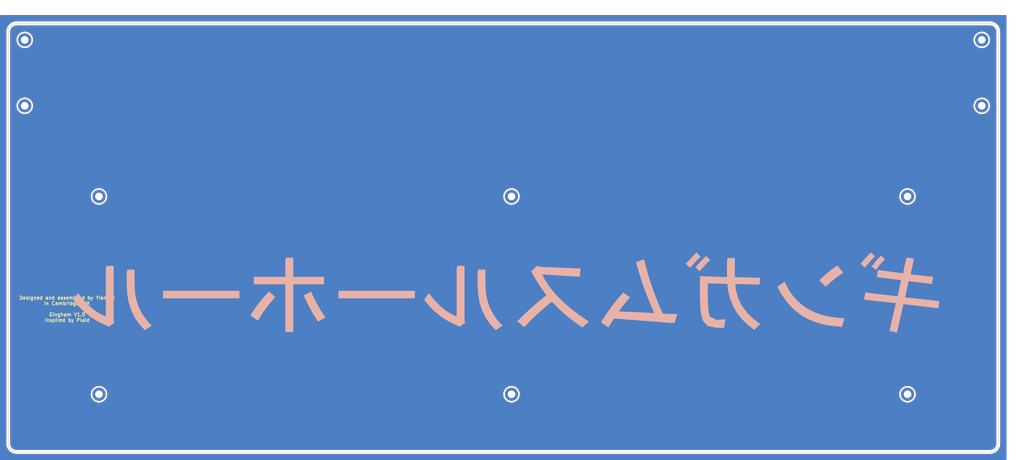
<source format=kicad_pcb>
(kicad_pcb (version 20171130) (host pcbnew "(5.1.0-0)")

  (general
    (thickness 1.6)
    (drawings 12)
    (tracks 0)
    (zones 0)
    (modules 11)
    (nets 1)
  )

  (page A3)
  (title_block
    (title "Gingham Bottom")
    (date 2019-04-18)
    (rev V1.0)
    (company "Yiancar Designs")
    (comment 1 "Inspired by Plaid")
  )

  (layers
    (0 F.Cu signal)
    (31 B.Cu signal)
    (32 B.Adhes user)
    (33 F.Adhes user)
    (34 B.Paste user)
    (35 F.Paste user)
    (36 B.SilkS user)
    (37 F.SilkS user)
    (38 B.Mask user)
    (39 F.Mask user)
    (40 Dwgs.User user)
    (41 Cmts.User user)
    (42 Eco1.User user)
    (43 Eco2.User user)
    (44 Edge.Cuts user)
    (45 Margin user)
    (46 B.CrtYd user)
    (47 F.CrtYd user)
    (48 B.Fab user)
    (49 F.Fab user)
  )

  (setup
    (last_trace_width 0.3)
    (user_trace_width 0.25)
    (user_trace_width 0.6)
    (user_trace_width 0.8)
    (trace_clearance 0.3)
    (zone_clearance 0.508)
    (zone_45_only yes)
    (trace_min 0.15)
    (via_size 1)
    (via_drill 0.6)
    (via_min_size 0.4)
    (via_min_drill 0.3)
    (user_via 1.7 1)
    (uvia_size 0.3)
    (uvia_drill 0.1)
    (uvias_allowed no)
    (uvia_min_size 0.2)
    (uvia_min_drill 0.1)
    (edge_width 0.15)
    (segment_width 0.2)
    (pcb_text_width 0.2)
    (pcb_text_size 1 1)
    (mod_edge_width 0.15)
    (mod_text_size 1 1)
    (mod_text_width 0.15)
    (pad_size 3.8 3.8)
    (pad_drill 2.2)
    (pad_to_mask_clearance 0.2)
    (solder_mask_min_width 0.2)
    (aux_axis_origin 50 50)
    (grid_origin 50 50)
    (visible_elements 7FFFFFFF)
    (pcbplotparams
      (layerselection 0x010f0_ffffffff)
      (usegerberextensions true)
      (usegerberattributes false)
      (usegerberadvancedattributes false)
      (creategerberjobfile false)
      (excludeedgelayer true)
      (linewidth 0.100000)
      (plotframeref false)
      (viasonmask false)
      (mode 1)
      (useauxorigin false)
      (hpglpennumber 1)
      (hpglpenspeed 20)
      (hpglpendiameter 15.000000)
      (psnegative false)
      (psa4output false)
      (plotreference true)
      (plotvalue true)
      (plotinvisibletext false)
      (padsonsilk false)
      (subtractmaskfromsilk true)
      (outputformat 1)
      (mirror false)
      (drillshape 0)
      (scaleselection 1)
      (outputdirectory "gerbers/back/"))
  )

  (net 0 "")

  (net_class Default "これはデフォルトのネット クラスです。"
    (clearance 0.3)
    (trace_width 0.3)
    (via_dia 1)
    (via_drill 0.6)
    (uvia_dia 0.3)
    (uvia_drill 0.1)
  )

  (net_class Power ""
    (clearance 0.3)
    (trace_width 0.8)
    (via_dia 1.2)
    (via_drill 0.8)
    (uvia_dia 0.3)
    (uvia_drill 0.1)
  )

  (module tartan:gingham_katakana (layer B.Cu) (tedit 5CEEE695) (tstamp 5CEF393F)
    (at 189 123 180)
    (descr "Imported from /Users/yiangosyiangou/Downloads/drawing.svg")
    (tags svg2mod)
    (attr smd)
    (fp_text reference svg2mod (at 0 14.618412 180) (layer B.SilkS) hide
      (effects (font (size 1.524 1.524) (thickness 0.3048)) (justify mirror))
    )
    (fp_text value G*** (at 0 -14.618412 180) (layer B.SilkS) hide
      (effects (font (size 1.524 1.524) (thickness 0.3048)) (justify mirror))
    )
    (fp_poly (pts (xy 102.35364 -9.592564) (xy 103.864496 -7.947104) (xy 105.100651 -6.175281) (xy 106.062105 -4.277096)
      (xy 106.748857 -2.252549) (xy 107.160909 -0.101639) (xy 107.29826 2.175634) (xy 107.29826 6.625792)
      (xy 109.375 6.625792) (xy 109.57278 5.834653) (xy 109.57278 2.274526) (xy 109.427188 -0.398316)
      (xy 108.990414 -2.878868) (xy 108.262457 -5.167128) (xy 107.243317 -7.263098) (xy 105.932995 -9.166776)
      (xy 104.33149 -10.878165) (xy 102.35364 -9.592564)) (layer B.SilkS) (width 0))
    (fp_poly (pts (xy 115.60522 -6.922469) (xy 117.318037 -6.115506) (xy 118.975474 -5.039557) (xy 120.57753 -3.69462)
      (xy 122.124205 -2.080696) (xy 123.6155 -0.197785) (xy 125 -2.076741) (xy 123.417722 -4.018987)
      (xy 121.677216 -5.731804) (xy 119.778482 -7.21519) (xy 117.72152 -8.469145) (xy 115.50633 -9.493671)
      (xy 114.71519 -9.889241) (xy 113.13291 -8.702532) (xy 113.33069 -8.20807) (xy 113.33069 7.713608)
      (xy 115.40744 7.713608) (xy 115.60522 6.922469) (xy 115.60522 -6.922469)) (layer B.SilkS) (width 0))
    (fp_poly (pts (xy 77.03719 -1.681171) (xy 77.03719 0.494463) (xy 99.09019 0.494463) (xy 99.09019 -1.681171)
      (xy 77.03719 -1.681171)) (layer B.SilkS) (width 0))
    (fp_poly (pts (xy 71.697 -8.109177) (xy 70.603003 -6.310571) (xy 69.397752 -4.573773) (xy 68.081248 -2.898783)
      (xy 66.65349 -1.285601) (xy 68.53244 0.296678) (xy 70.20125 -1.545193) (xy 71.647552 -3.312895)
      (xy 72.871345 -5.006427) (xy 73.87263 -6.625791) (xy 71.697 -8.109177)) (layer B.SilkS) (width 0))
    (fp_poly (pts (xy 61.51108 10.087026) (xy 63.58782 10.087026) (xy 63.78561 9.295887) (xy 63.78561 4.549051)
      (xy 72.88371 4.549051) (xy 72.88371 2.373419) (xy 63.78561 2.373419) (xy 63.78561 -11.372627)
      (xy 61.51108 -11.372627) (xy 61.51108 2.373419) (xy 52.61077 2.373419) (xy 52.61077 4.549051)
      (xy 61.51108 4.549051) (xy 61.51108 10.087026)) (layer B.SilkS) (width 0))
    (fp_poly (pts (xy 58.14874 -1.582279) (xy 57.07191 -3.790875) (xy 55.819273 -6.065401) (xy 54.39083 -8.405855)
      (xy 52.2152 -7.219146) (xy 53.401908 -5.414359) (xy 54.489725 -3.560126) (xy 55.478648 -1.656447)
      (xy 56.36868 0.296678) (xy 58.54431 -0.890032) (xy 58.14874 -1.582279)) (layer B.SilkS) (width 0))
    (fp_poly (pts (xy 26.40428 -1.681171) (xy 26.40428 0.494463) (xy 48.45729 0.494463) (xy 48.45729 -1.681171)
      (xy 26.40428 -1.681171)) (layer B.SilkS) (width 0))
    (fp_poly (pts (xy 1.08781 -9.592564) (xy 2.598666 -7.947104) (xy 3.834821 -6.175281) (xy 4.796275 -4.277096)
      (xy 5.483027 -2.252549) (xy 5.895079 -0.101639) (xy 6.03243 2.175634) (xy 6.03243 6.625792)
      (xy 8.10918 6.625792) (xy 8.30696 5.834653) (xy 8.30696 2.274526) (xy 8.161368 -0.398316)
      (xy 7.724593 -2.878868) (xy 6.996635 -5.167128) (xy 5.977493 -7.263098) (xy 4.667168 -9.166776)
      (xy 3.06566 -10.878165) (xy 1.08781 -9.592564)) (layer B.SilkS) (width 0))
    (fp_poly (pts (xy 14.3394 -6.922469) (xy 16.052214 -6.115506) (xy 17.709649 -5.039557) (xy 19.311705 -3.69462)
      (xy 20.858382 -2.080696) (xy 22.34968 -0.197785) (xy 23.73418 -2.076741) (xy 22.151898 -4.018987)
      (xy 20.411389 -5.731804) (xy 18.512653 -7.21519) (xy 16.45569 -8.469145) (xy 14.2405 -9.493671)
      (xy 13.44936 -9.889241) (xy 11.86709 -8.702532) (xy 12.06487 -8.20807) (xy 12.06487 7.713608)
      (xy 14.14161 7.713608) (xy 14.3394 6.922469) (xy 14.3394 -6.922469)) (layer B.SilkS) (width 0))
    (fp_poly (pts (xy -11.570411 -0.791139) (xy -9.873418 -2.136075) (xy -8.184337 -3.560126) (xy -6.503167 -5.063291)
      (xy -4.829908 -6.645569) (xy -3.164561 -8.306962) (xy -5.142401 -9.988133) (xy -6.791926 -8.303006)
      (xy -8.417717 -6.728639) (xy -10.019775 -5.265031) (xy -11.5981 -3.912183) (xy -13.152691 -2.670095)
      (xy -14.738923 -4.295886) (xy -16.412182 -5.850474) (xy -18.172466 -7.333861) (xy -20.019775 -8.746044)
      (xy -21.954111 -10.087026) (xy -23.833071 -8.405855) (xy -21.329855 -6.699961) (xy -19.06151 -4.994067)
      (xy -17.028034 -3.288173) (xy -15.229428 -1.582279) (xy -13.665692 0.123616) (xy -12.336825 1.82951)
      (xy -11.242828 3.535404) (xy -10.383701 5.241298) (xy -21.162971 4.549051) (xy -21.459651 6.922469)
      (xy -9.988131 7.416931) (xy -8.801421 7.713608) (xy -7.219141 6.13133) (xy -7.614711 5.241298)
      (xy -8.889326 3.120605) (xy -10.207893 1.109793) (xy -11.570411 -0.791139)) (layer B.SilkS) (width 0))
    (fp_poly (pts (xy -49.347306 -6.230222) (xy -45.193825 -6.131332) (xy -44.210956 -3.921389) (xy -43.296706 -1.699337)
      (xy -42.451075 0.534824) (xy -41.674063 2.781094) (xy -40.96567 5.039473) (xy -40.325896 7.309962)
      (xy -39.754741 9.592561) (xy -37.480221 8.801422) (xy -37.678001 7.91139) (xy -38.340031 5.57643)
      (xy -39.073484 3.252458) (xy -39.878358 0.939475) (xy -40.754654 -1.362521) (xy -41.702371 -3.653528)
      (xy -42.721511 -5.933548) (xy -32.436701 -5.439086) (xy -34.290933 -3.040944) (xy -35.700151 -1.384497)
      (xy -33.722301 -0.000003) (xy -32.389232 -1.515034) (xy -31.079897 -3.132914) (xy -29.794297 -4.853642)
      (xy -28.532432 -6.677218) (xy -27.294301 -8.603643) (xy -29.469931 -10.087029) (xy -31.052211 -7.515826)
      (xy -47.666135 -8.801427) (xy -48.556167 -8.801427) (xy -49.347306 -6.230222)) (layer B.SilkS) (width 0))
    (fp_poly (pts (xy -53.006329 7.120254) (xy -54.662776 8.974486) (xy -56.071993 10.383703) (xy -54.885284 11.570412)
      (xy -53.426621 10.111749) (xy -51.81962 8.306962) (xy -53.006329 7.120254)) (layer B.SilkS) (width 0))
    (fp_poly (pts (xy -55.775316 6.13133) (xy -57.382317 7.936116) (xy -58.840981 9.394779) (xy -57.654272 10.581488)
      (xy -56.195608 9.122825) (xy -54.588607 7.318039) (xy -55.775316 6.13133)) (layer B.SilkS) (width 0))
    (fp_poly (pts (xy -63.686709 4.450159) (xy -55.874209 4.746836) (xy -55.874209 -1.384494) (xy -55.973101 -4.296326)
      (xy -56.269778 -6.570851) (xy -56.76424 -8.20807) (xy -58.148734 -9.691456) (xy -60.522152 -10.185918)
      (xy -62.895569 -10.185918) (xy -63.192247 -7.713608) (xy -60.621044 -7.911393) (xy -58.742088 -6.922469)
      (xy -58.412446 -5.603903) (xy -58.214662 -3.757911) (xy -58.148734 -1.384494) (xy -58.148734 2.670096)
      (xy -63.785601 2.472311) (xy -64.09035 0.143293) (xy -64.665541 -2.040413) (xy -65.511172 -4.078807)
      (xy -66.627243 -5.97189) (xy -68.013755 -7.719662) (xy -69.670708 -9.322122) (xy -71.598101 -10.779272)
      (xy -73.279272 -9.098102) (xy -71.183302 -7.513076) (xy -69.444444 -5.7907) (xy -68.062697 -3.930973)
      (xy -67.038062 -1.933896) (xy -66.370538 0.200532) (xy -66.060126 2.472311) (xy -73.081487 2.274526)
      (xy -73.279272 4.252374) (xy -65.961234 4.450159) (xy -65.961234 9.988134) (xy -63.884493 9.988134)
      (xy -63.686709 9.196995) (xy -63.686709 4.450159)) (layer B.SilkS) (width 0))
    (fp_poly (pts (xy -92.167721 1.681172) (xy -93.91482 3.230486) (xy -95.595991 4.582015) (xy -97.211234 5.73576)
      (xy -95.530063 7.812501) (xy -94.024701 6.768636) (xy -92.277602 5.351178) (xy -90.288766 3.560127)
      (xy -92.167721 1.681172)) (layer B.SilkS) (width 0))
    (fp_poly (pts (xy -78.223892 1.681172) (xy -79.343354 -0.391613) (xy -80.605221 -2.258702) (xy -82.009493 -3.920095)
      (xy -83.55617 -5.375791) (xy -85.245253 -6.625791) (xy -87.07674 -7.670095) (xy -89.050632 -8.508702)
      (xy -91.16693 -9.141613) (xy -93.425632 -9.568829) (xy -95.82674 -9.790348) (xy -96.815664 -9.988133)
      (xy -97.606804 -7.416931) (xy -95.119659 -7.257714) (xy -92.800633 -6.898734) (xy -90.649723 -6.339992)
      (xy -88.66693 -5.581487) (xy -86.852254 -4.62322) (xy -85.205696 -3.465189) (xy -83.727254 -2.107397)
      (xy -82.41693 -0.549841) (xy -81.274723 1.207477) (xy -80.300633 3.164558) (xy -78.223892 1.681172)) (layer B.SilkS) (width 0))
    (fp_poly (pts (xy -106.704905 6.5269) (xy -108.138845 8.430578) (xy -109.276108 9.592564) (xy -108.188291 10.680381)
      (xy -106.803797 9.295887) (xy -105.419304 7.515824) (xy -106.704905 6.5269)) (layer B.SilkS) (width 0))
    (fp_poly (pts (xy -105.221519 11.570412) (xy -103.738133 10.062303) (xy -102.254747 8.306962) (xy -103.540348 7.219146)
      (xy -104.999011 9.023933) (xy -106.408228 10.482596) (xy -105.221519 11.570412)) (layer B.SilkS) (width 0))
    (fp_poly (pts (xy -114.517405 5.537976) (xy -107.298259 6.5269) (xy -106.90269 4.450159) (xy -113.924051 3.560127)
      (xy -112.935127 -1.087817) (xy -103.63924 0.000001) (xy -103.243671 -2.076741) (xy -112.440665 -3.065665)
      (xy -110.561709 -11.07595) (xy -112.737342 -11.570412) (xy -114.616297 -3.362342) (xy -124.703323 -4.549051)
      (xy -125 -2.47231) (xy -115.11076 -1.384494) (xy -116.099684 3.26345) (xy -122.824367 2.472311)
      (xy -123.219937 4.549051) (xy -116.693038 5.241298) (xy -117.681962 9.790349) (xy -115.605222 10.087026)
      (xy -115.308544 9.394779) (xy -114.517405 5.537976)) (layer B.SilkS) (width 0))
  )

  (module MountingHole:MountingHole_2.2mm_M2_DIN965_Pad (layer F.Cu) (tedit 56D1B4CB) (tstamp 5CC20116)
    (at 71.43125 95.24375)
    (descr "Mounting Hole 2.2mm, M2, DIN965")
    (tags "mounting hole 2.2mm m2 din965")
    (path /5C0FAB2C)
    (attr virtual)
    (fp_text reference H5 (at 0 -2.9) (layer F.SilkS) hide
      (effects (font (size 1 1) (thickness 0.15)))
    )
    (fp_text value M2 (at 0 2.9) (layer F.Fab)
      (effects (font (size 1 1) (thickness 0.15)))
    )
    (fp_circle (center 0 0) (end 2.15 0) (layer F.CrtYd) (width 0.05))
    (fp_circle (center 0 0) (end 1.9 0) (layer Cmts.User) (width 0.15))
    (fp_text user %R (at 0.3 0) (layer F.Fab)
      (effects (font (size 1 1) (thickness 0.15)))
    )
    (pad 1 thru_hole circle (at 0 0) (size 3.8 3.8) (drill 2.2) (layers *.Cu *.Mask))
  )

  (module MountingHole:MountingHole_2.2mm_M2_DIN965_Pad (layer F.Cu) (tedit 56D1B4CB) (tstamp 5C08F846)
    (at 50 69.05)
    (descr "Mounting Hole 2.2mm, M2, DIN965")
    (tags "mounting hole 2.2mm m2 din965")
    (path /5C12253A)
    (attr virtual)
    (fp_text reference H4 (at 0 -2.9) (layer F.SilkS) hide
      (effects (font (size 1 1) (thickness 0.15)))
    )
    (fp_text value M2 (at 0 2.9) (layer F.Fab)
      (effects (font (size 1 1) (thickness 0.15)))
    )
    (fp_circle (center 0 0) (end 2.15 0) (layer F.CrtYd) (width 0.05))
    (fp_circle (center 0 0) (end 1.9 0) (layer Cmts.User) (width 0.15))
    (fp_text user %R (at 0.3 0) (layer F.Fab)
      (effects (font (size 1 1) (thickness 0.15)))
    )
    (pad 1 thru_hole circle (at 0 0) (size 3.8 3.8) (drill 2.2) (layers *.Cu *.Mask))
  )

  (module MountingHole:MountingHole_2.2mm_M2_DIN965_Pad (layer F.Cu) (tedit 56D1B4CB) (tstamp 5C08F83E)
    (at 50 50)
    (descr "Mounting Hole 2.2mm, M2, DIN965")
    (tags "mounting hole 2.2mm m2 din965")
    (path /5C0FAB26)
    (attr virtual)
    (fp_text reference H3 (at 0 -2.9) (layer F.SilkS) hide
      (effects (font (size 1 1) (thickness 0.15)))
    )
    (fp_text value M2 (at 0 2.9) (layer F.Fab)
      (effects (font (size 1 1) (thickness 0.15)))
    )
    (fp_circle (center 0 0) (end 2.15 0) (layer F.CrtYd) (width 0.05))
    (fp_circle (center 0 0) (end 1.9 0) (layer Cmts.User) (width 0.15))
    (fp_text user %R (at 0.3 0) (layer F.Fab)
      (effects (font (size 1 1) (thickness 0.15)))
    )
    (pad 1 thru_hole circle (at 0 0) (size 3.8 3.8) (drill 2.2) (layers *.Cu *.Mask))
  )

  (module MountingHole:MountingHole_2.2mm_M2_DIN965_Pad (layer F.Cu) (tedit 56D1B4CB) (tstamp 5C08F836)
    (at 326.225 69.05)
    (descr "Mounting Hole 2.2mm, M2, DIN965")
    (tags "mounting hole 2.2mm m2 din965")
    (path /5C13CC43)
    (attr virtual)
    (fp_text reference H2 (at 0 -2.9) (layer F.SilkS) hide
      (effects (font (size 1 1) (thickness 0.15)))
    )
    (fp_text value M2 (at 0 2.9) (layer F.Fab)
      (effects (font (size 1 1) (thickness 0.15)))
    )
    (fp_circle (center 0 0) (end 2.15 0) (layer F.CrtYd) (width 0.05))
    (fp_circle (center 0 0) (end 1.9 0) (layer Cmts.User) (width 0.15))
    (fp_text user %R (at 0.3 0) (layer F.Fab)
      (effects (font (size 1 1) (thickness 0.15)))
    )
    (pad 1 thru_hole circle (at 0 0) (size 3.8 3.8) (drill 2.2) (layers *.Cu *.Mask))
  )

  (module MountingHole:MountingHole_2.2mm_M2_DIN965_Pad (layer F.Cu) (tedit 56D1B4CB) (tstamp 5CB76F2F)
    (at 326.225 50)
    (descr "Mounting Hole 2.2mm, M2, DIN965")
    (tags "mounting hole 2.2mm m2 din965")
    (path /5C122533)
    (attr virtual)
    (fp_text reference H1 (at 0 -2.9) (layer F.SilkS) hide
      (effects (font (size 1 1) (thickness 0.15)))
    )
    (fp_text value M2 (at 0 2.9) (layer F.Fab)
      (effects (font (size 1 1) (thickness 0.15)))
    )
    (fp_circle (center 0 0) (end 2.15 0) (layer F.CrtYd) (width 0.05))
    (fp_circle (center 0 0) (end 1.9 0) (layer Cmts.User) (width 0.15))
    (fp_text user %R (at 0.3 0) (layer F.Fab)
      (effects (font (size 1 1) (thickness 0.15)))
    )
    (pad 1 thru_hole circle (at 0 0) (size 3.8 3.8) (drill 2.2) (layers *.Cu *.Mask))
  )

  (module MountingHole:MountingHole_2.2mm_M2_DIN965_Pad (layer F.Cu) (tedit 56D1B4CB) (tstamp 5CB7C68A)
    (at 71.43125 152.39375)
    (descr "Mounting Hole 2.2mm, M2, DIN965")
    (tags "mounting hole 2.2mm m2 din965")
    (path /5C0FAB2C)
    (attr virtual)
    (fp_text reference H6 (at 0 -2.9) (layer F.SilkS) hide
      (effects (font (size 1 1) (thickness 0.15)))
    )
    (fp_text value M2 (at 0 2.9) (layer F.Fab)
      (effects (font (size 1 1) (thickness 0.15)))
    )
    (fp_text user %R (at 0.3 0) (layer F.Fab)
      (effects (font (size 1 1) (thickness 0.15)))
    )
    (fp_circle (center 0 0) (end 1.9 0) (layer Cmts.User) (width 0.15))
    (fp_circle (center 0 0) (end 2.15 0) (layer F.CrtYd) (width 0.05))
    (pad 1 thru_hole circle (at 0 0) (size 3.8 3.8) (drill 2.2) (layers *.Cu *.Mask))
  )

  (module MountingHole:MountingHole_2.2mm_M2_DIN965_Pad (layer F.Cu) (tedit 56D1B4CB) (tstamp 5CB7C692)
    (at 304.79375 95.24375)
    (descr "Mounting Hole 2.2mm, M2, DIN965")
    (tags "mounting hole 2.2mm m2 din965")
    (path /5C122541)
    (attr virtual)
    (fp_text reference H7 (at 0 -2.9) (layer F.SilkS) hide
      (effects (font (size 1 1) (thickness 0.15)))
    )
    (fp_text value M2 (at 0 2.9) (layer F.Fab)
      (effects (font (size 1 1) (thickness 0.15)))
    )
    (fp_circle (center 0 0) (end 2.15 0) (layer F.CrtYd) (width 0.05))
    (fp_circle (center 0 0) (end 1.9 0) (layer Cmts.User) (width 0.15))
    (fp_text user %R (at 0.3 0) (layer F.Fab)
      (effects (font (size 1 1) (thickness 0.15)))
    )
    (pad 1 thru_hole circle (at 0 0) (size 3.8 3.8) (drill 2.2) (layers *.Cu *.Mask))
  )

  (module MountingHole:MountingHole_2.2mm_M2_DIN965_Pad (layer F.Cu) (tedit 56D1B4CB) (tstamp 5CB7C69A)
    (at 304.79375 152.39375)
    (descr "Mounting Hole 2.2mm, M2, DIN965")
    (tags "mounting hole 2.2mm m2 din965")
    (path /5C13CC51)
    (attr virtual)
    (fp_text reference H8 (at 0 -2.9) (layer F.SilkS) hide
      (effects (font (size 1 1) (thickness 0.15)))
    )
    (fp_text value M2 (at 0 2.9) (layer F.Fab)
      (effects (font (size 1 1) (thickness 0.15)))
    )
    (fp_text user %R (at 0.3 0) (layer F.Fab)
      (effects (font (size 1 1) (thickness 0.15)))
    )
    (fp_circle (center 0 0) (end 1.9 0) (layer Cmts.User) (width 0.15))
    (fp_circle (center 0 0) (end 2.15 0) (layer F.CrtYd) (width 0.05))
    (pad 1 thru_hole circle (at 0 0) (size 3.8 3.8) (drill 2.2) (layers *.Cu *.Mask))
  )

  (module MountingHole:MountingHole_2.2mm_M2_DIN965_Pad (layer F.Cu) (tedit 56D1B4CB) (tstamp 5CB7C6A2)
    (at 190.49375 95.24375)
    (descr "Mounting Hole 2.2mm, M2, DIN965")
    (tags "mounting hole 2.2mm m2 din965")
    (path /5C122548)
    (attr virtual)
    (fp_text reference H9 (at 0 -2.9) (layer F.SilkS) hide
      (effects (font (size 1 1) (thickness 0.15)))
    )
    (fp_text value M2 (at 0 2.9) (layer F.Fab)
      (effects (font (size 1 1) (thickness 0.15)))
    )
    (fp_text user %R (at 0.3 0) (layer F.Fab)
      (effects (font (size 1 1) (thickness 0.15)))
    )
    (fp_circle (center 0 0) (end 1.9 0) (layer Cmts.User) (width 0.15))
    (fp_circle (center 0 0) (end 2.15 0) (layer F.CrtYd) (width 0.05))
    (pad 1 thru_hole circle (at 0 0) (size 3.8 3.8) (drill 2.2) (layers *.Cu *.Mask))
  )

  (module MountingHole:MountingHole_2.2mm_M2_DIN965_Pad (layer F.Cu) (tedit 56D1B4CB) (tstamp 5CB7C6AA)
    (at 190.49375 152.39375)
    (descr "Mounting Hole 2.2mm, M2, DIN965")
    (tags "mounting hole 2.2mm m2 din965")
    (path /5C13CC58)
    (attr virtual)
    (fp_text reference H10 (at 0 -2.9) (layer F.SilkS) hide
      (effects (font (size 1 1) (thickness 0.15)))
    )
    (fp_text value M2 (at 0 2.9) (layer F.Fab)
      (effects (font (size 1 1) (thickness 0.15)))
    )
    (fp_circle (center 0 0) (end 2.15 0) (layer F.CrtYd) (width 0.05))
    (fp_circle (center 0 0) (end 1.9 0) (layer Cmts.User) (width 0.15))
    (fp_text user %R (at 0.3 0) (layer F.Fab)
      (effects (font (size 1 1) (thickness 0.15)))
    )
    (pad 1 thru_hole circle (at 0 0) (size 3.8 3.8) (drill 2.2) (layers *.Cu *.Mask))
  )

  (dimension 57.15 (width 0.15) (layer B.Fab)
    (gr_text "57.150 mm" (at 91.78125 123.81875 270) (layer B.Fab)
      (effects (font (size 1 1) (thickness 0.15)))
    )
    (feature1 (pts (xy 71.43125 152.39375) (xy 91.067671 152.39375)))
    (feature2 (pts (xy 71.43125 95.24375) (xy 91.067671 95.24375)))
    (crossbar (pts (xy 90.48125 95.24375) (xy 90.48125 152.39375)))
    (arrow1a (pts (xy 90.48125 152.39375) (xy 89.894829 151.267246)))
    (arrow1b (pts (xy 90.48125 152.39375) (xy 91.067671 151.267246)))
    (arrow2a (pts (xy 90.48125 95.24375) (xy 89.894829 96.370254)))
    (arrow2b (pts (xy 90.48125 95.24375) (xy 91.067671 96.370254)))
  )
  (gr_text "Designed and assembled by Yiancar\nin Cambridge, UK\n\nGingham V1.0\nInspired by Plaid" (at 62.25 127.75) (layer F.SilkS)
    (effects (font (size 1 1) (thickness 0.2)))
  )
  (dimension 285.75 (width 0.15) (layer B.Fab)
    (gr_text "285.750 mm" (at 188.1125 39.175) (layer B.Fab)
      (effects (font (size 1 1) (thickness 0.15)))
    )
    (feature1 (pts (xy 330.9875 47.61875) (xy 330.9875 39.888579)))
    (feature2 (pts (xy 45.2375 47.61875) (xy 45.2375 39.888579)))
    (crossbar (pts (xy 45.2375 40.475) (xy 330.9875 40.475)))
    (arrow1a (pts (xy 330.9875 40.475) (xy 329.860996 41.061421)))
    (arrow1b (pts (xy 330.9875 40.475) (xy 329.860996 39.888579)))
    (arrow2a (pts (xy 45.2375 40.475) (xy 46.364004 41.061421)))
    (arrow2b (pts (xy 45.2375 40.475) (xy 46.364004 39.888579)))
  )
  (gr_line (start 328.60625 45.2375) (end 47.61875 45.2375) (layer Edge.Cuts) (width 0.15))
  (dimension 123.825 (width 0.15) (layer B.Fab)
    (gr_text "123.825 mm" (at 337.05 107.15 270) (layer B.Fab)
      (effects (font (size 1 1) (thickness 0.15)))
    )
    (feature1 (pts (xy 328.60625 169.0625) (xy 336.336421 169.0625)))
    (feature2 (pts (xy 328.60625 45.2375) (xy 336.336421 45.2375)))
    (crossbar (pts (xy 335.75 45.2375) (xy 335.75 169.0625)))
    (arrow1a (pts (xy 335.75 169.0625) (xy 335.163579 167.935996)))
    (arrow1b (pts (xy 335.75 169.0625) (xy 336.336421 167.935996)))
    (arrow2a (pts (xy 335.75 45.2375) (xy 335.163579 46.364004)))
    (arrow2b (pts (xy 335.75 45.2375) (xy 336.336421 46.364004)))
  )
  (gr_arc (start 47.61875 47.61875) (end 47.61875 45.2375) (angle -90) (layer Edge.Cuts) (width 0.15) (tstamp 5CB96740))
  (gr_arc (start 328.60625 47.61875) (end 330.9875 47.61875) (angle -90) (layer Edge.Cuts) (width 0.15) (tstamp 5CB96734))
  (gr_arc (start 328.60625 166.68125) (end 328.60625 169.0625) (angle -90) (layer Edge.Cuts) (width 0.15) (tstamp 5CB8056C))
  (gr_arc (start 47.61875 166.68125) (end 45.2375 166.68125) (angle -90) (layer Edge.Cuts) (width 0.15))
  (gr_line (start 45.2375 47.61875) (end 45.2375 166.68125) (layer Edge.Cuts) (width 0.15) (tstamp 5CB7FDDD))
  (gr_line (start 330.9875 166.68125) (end 330.9875 47.61875) (layer Edge.Cuts) (width 0.15))
  (gr_line (start 47.61875 169.0625) (end 328.60625 169.0625) (layer Edge.Cuts) (width 0.15))

  (zone (net 0) (net_name "") (layer B.Cu) (tstamp 5CC1F65B) (hatch edge 0.508)
    (connect_pads (clearance 0.508))
    (min_thickness 0.254)
    (fill yes (arc_segments 32) (thermal_gap 0.508) (thermal_bridge_width 0.508))
    (polygon
      (pts
        (xy 42.85625 171.44375) (xy 42.85625 42.85625) (xy 333.36875 42.85625) (xy 333.36875 171.44375)
      )
    )
    (filled_polygon
      (pts
        (xy 333.24175 171.31675) (xy 42.98325 171.31675) (xy 42.98325 47.583874) (xy 44.5275 47.583874) (xy 44.527501 166.716127)
        (xy 44.530583 166.747423) (xy 44.53048 166.762223) (xy 44.531447 166.772089) (xy 44.580025 167.234282) (xy 44.592966 167.297326)
        (xy 44.605023 167.36053) (xy 44.607888 167.37002) (xy 44.745316 167.813974) (xy 44.77023 167.873242) (xy 44.794358 167.932961)
        (xy 44.799012 167.941714) (xy 45.020053 168.350521) (xy 45.056038 168.40387) (xy 45.091274 168.457718) (xy 45.09754 168.4654)
        (xy 45.393776 168.823487) (xy 45.439431 168.868823) (xy 45.48446 168.914806) (xy 45.492098 168.921125) (xy 45.852244 169.214853)
        (xy 45.90586 169.250476) (xy 45.958942 169.286822) (xy 45.967654 169.291533) (xy 45.967659 169.291536) (xy 45.967664 169.291538)
        (xy 46.378002 169.509718) (xy 46.437472 169.53423) (xy 46.496644 169.559591) (xy 46.506114 169.562522) (xy 46.951016 169.696846)
        (xy 47.014154 169.709347) (xy 47.077086 169.722724) (xy 47.086945 169.72376) (xy 47.548959 169.769061) (xy 47.583873 169.7725)
        (xy 328.641127 169.7725) (xy 328.672432 169.769417) (xy 328.687223 169.76952) (xy 328.697089 169.768553) (xy 329.159282 169.719975)
        (xy 329.222326 169.707034) (xy 329.28553 169.694977) (xy 329.29502 169.692112) (xy 329.738974 169.554684) (xy 329.798242 169.52977)
        (xy 329.857961 169.505642) (xy 329.866714 169.500988) (xy 330.275521 169.279947) (xy 330.32887 169.243962) (xy 330.382718 169.208726)
        (xy 330.3904 169.20246) (xy 330.748487 168.906224) (xy 330.793823 168.860569) (xy 330.839806 168.81554) (xy 330.846125 168.807902)
        (xy 331.139853 168.447756) (xy 331.175476 168.39414) (xy 331.211822 168.341058) (xy 331.216533 168.332346) (xy 331.216536 168.332341)
        (xy 331.216538 168.332336) (xy 331.434718 167.921998) (xy 331.45923 167.862528) (xy 331.484591 167.803356) (xy 331.487522 167.793886)
        (xy 331.621846 167.348984) (xy 331.634347 167.285846) (xy 331.647724 167.222914) (xy 331.64876 167.213055) (xy 331.694111 166.750535)
        (xy 331.6975 166.716127) (xy 331.6975 47.583873) (xy 331.694417 47.552568) (xy 331.69452 47.537778) (xy 331.693553 47.527912)
        (xy 331.644975 47.065718) (xy 331.632034 47.002674) (xy 331.619977 46.93947) (xy 331.617112 46.92998) (xy 331.479685 46.486026)
        (xy 331.454757 46.426725) (xy 331.430642 46.367039) (xy 331.425988 46.358286) (xy 331.204947 45.949479) (xy 331.168961 45.896128)
        (xy 331.133726 45.842283) (xy 331.12746 45.834601) (xy 330.831224 45.476513) (xy 330.785553 45.43116) (xy 330.74054 45.385194)
        (xy 330.732901 45.378875) (xy 330.372756 45.085146) (xy 330.319178 45.049549) (xy 330.266058 45.013177) (xy 330.257338 45.008463)
        (xy 329.846998 44.790282) (xy 329.787516 44.765765) (xy 329.728356 44.740409) (xy 329.718886 44.737478) (xy 329.273983 44.603154)
        (xy 329.210853 44.590654) (xy 329.147914 44.577276) (xy 329.138055 44.57624) (xy 328.676266 44.530961) (xy 328.641127 44.5275)
        (xy 47.583873 44.5275) (xy 47.552568 44.530583) (xy 47.537778 44.53048) (xy 47.527912 44.531447) (xy 47.065718 44.580025)
        (xy 47.002674 44.592966) (xy 46.93947 44.605023) (xy 46.92998 44.607888) (xy 46.486026 44.745315) (xy 46.426725 44.770243)
        (xy 46.367039 44.794358) (xy 46.358286 44.799012) (xy 45.949479 45.020053) (xy 45.896128 45.056039) (xy 45.842283 45.091274)
        (xy 45.834601 45.09754) (xy 45.476513 45.393776) (xy 45.43116 45.439447) (xy 45.385194 45.48446) (xy 45.378875 45.492099)
        (xy 45.085146 45.852244) (xy 45.049549 45.905822) (xy 45.013177 45.958942) (xy 45.008463 45.967662) (xy 44.790282 46.378002)
        (xy 44.765765 46.437484) (xy 44.740409 46.496644) (xy 44.737478 46.506114) (xy 44.603154 46.951017) (xy 44.590654 47.014147)
        (xy 44.577276 47.077086) (xy 44.57624 47.086945) (xy 44.530939 47.54896) (xy 44.5275 47.583874) (xy 42.98325 47.583874)
        (xy 42.98325 42.98325) (xy 333.24175 42.98325)
      )
    )
    (filled_polygon
      (pts
        (xy 328.930201 45.982668) (xy 329.241819 46.076752) (xy 329.52922 46.229565) (xy 329.781468 46.435293) (xy 329.988956 46.686103)
        (xy 330.143775 46.972435) (xy 330.240029 47.283379) (xy 330.277501 47.639901) (xy 330.2775 166.646529) (xy 330.242332 167.005201)
        (xy 330.148249 167.316818) (xy 329.995434 167.604222) (xy 329.789703 167.856472) (xy 329.538897 168.063956) (xy 329.252566 168.218775)
        (xy 328.941617 168.31503) (xy 328.585109 168.3525) (xy 47.653471 168.3525) (xy 47.294799 168.317332) (xy 46.983182 168.223249)
        (xy 46.695778 168.070434) (xy 46.443528 167.864703) (xy 46.236044 167.613897) (xy 46.081225 167.327566) (xy 45.98497 167.016617)
        (xy 45.9475 166.660109) (xy 45.9475 152.144074) (xy 68.89625 152.144074) (xy 68.89625 152.643426) (xy 68.993668 153.133182)
        (xy 69.184762 153.594523) (xy 69.462187 154.009718) (xy 69.815282 154.362813) (xy 70.230477 154.640238) (xy 70.691818 154.831332)
        (xy 71.181574 154.92875) (xy 71.680926 154.92875) (xy 72.170682 154.831332) (xy 72.632023 154.640238) (xy 73.047218 154.362813)
        (xy 73.400313 154.009718) (xy 73.677738 153.594523) (xy 73.868832 153.133182) (xy 73.96625 152.643426) (xy 73.96625 152.144074)
        (xy 187.95875 152.144074) (xy 187.95875 152.643426) (xy 188.056168 153.133182) (xy 188.247262 153.594523) (xy 188.524687 154.009718)
        (xy 188.877782 154.362813) (xy 189.292977 154.640238) (xy 189.754318 154.831332) (xy 190.244074 154.92875) (xy 190.743426 154.92875)
        (xy 191.233182 154.831332) (xy 191.694523 154.640238) (xy 192.109718 154.362813) (xy 192.462813 154.009718) (xy 192.740238 153.594523)
        (xy 192.931332 153.133182) (xy 193.02875 152.643426) (xy 193.02875 152.144074) (xy 302.25875 152.144074) (xy 302.25875 152.643426)
        (xy 302.356168 153.133182) (xy 302.547262 153.594523) (xy 302.824687 154.009718) (xy 303.177782 154.362813) (xy 303.592977 154.640238)
        (xy 304.054318 154.831332) (xy 304.544074 154.92875) (xy 305.043426 154.92875) (xy 305.533182 154.831332) (xy 305.994523 154.640238)
        (xy 306.409718 154.362813) (xy 306.762813 154.009718) (xy 307.040238 153.594523) (xy 307.231332 153.133182) (xy 307.32875 152.643426)
        (xy 307.32875 152.144074) (xy 307.231332 151.654318) (xy 307.040238 151.192977) (xy 306.762813 150.777782) (xy 306.409718 150.424687)
        (xy 305.994523 150.147262) (xy 305.533182 149.956168) (xy 305.043426 149.85875) (xy 304.544074 149.85875) (xy 304.054318 149.956168)
        (xy 303.592977 150.147262) (xy 303.177782 150.424687) (xy 302.824687 150.777782) (xy 302.547262 151.192977) (xy 302.356168 151.654318)
        (xy 302.25875 152.144074) (xy 193.02875 152.144074) (xy 192.931332 151.654318) (xy 192.740238 151.192977) (xy 192.462813 150.777782)
        (xy 192.109718 150.424687) (xy 191.694523 150.147262) (xy 191.233182 149.956168) (xy 190.743426 149.85875) (xy 190.244074 149.85875)
        (xy 189.754318 149.956168) (xy 189.292977 150.147262) (xy 188.877782 150.424687) (xy 188.524687 150.777782) (xy 188.247262 151.192977)
        (xy 188.056168 151.654318) (xy 187.95875 152.144074) (xy 73.96625 152.144074) (xy 73.868832 151.654318) (xy 73.677738 151.192977)
        (xy 73.400313 150.777782) (xy 73.047218 150.424687) (xy 72.632023 150.147262) (xy 72.170682 149.956168) (xy 71.680926 149.85875)
        (xy 71.181574 149.85875) (xy 70.691818 149.956168) (xy 70.230477 150.147262) (xy 69.815282 150.424687) (xy 69.462187 150.777782)
        (xy 69.184762 151.192977) (xy 68.993668 151.654318) (xy 68.89625 152.144074) (xy 45.9475 152.144074) (xy 45.9475 94.994074)
        (xy 68.89625 94.994074) (xy 68.89625 95.493426) (xy 68.993668 95.983182) (xy 69.184762 96.444523) (xy 69.462187 96.859718)
        (xy 69.815282 97.212813) (xy 70.230477 97.490238) (xy 70.691818 97.681332) (xy 71.181574 97.77875) (xy 71.680926 97.77875)
        (xy 72.170682 97.681332) (xy 72.632023 97.490238) (xy 73.047218 97.212813) (xy 73.400313 96.859718) (xy 73.677738 96.444523)
        (xy 73.868832 95.983182) (xy 73.96625 95.493426) (xy 73.96625 94.994074) (xy 187.95875 94.994074) (xy 187.95875 95.493426)
        (xy 188.056168 95.983182) (xy 188.247262 96.444523) (xy 188.524687 96.859718) (xy 188.877782 97.212813) (xy 189.292977 97.490238)
        (xy 189.754318 97.681332) (xy 190.244074 97.77875) (xy 190.743426 97.77875) (xy 191.233182 97.681332) (xy 191.694523 97.490238)
        (xy 192.109718 97.212813) (xy 192.462813 96.859718) (xy 192.740238 96.444523) (xy 192.931332 95.983182) (xy 193.02875 95.493426)
        (xy 193.02875 94.994074) (xy 302.25875 94.994074) (xy 302.25875 95.493426) (xy 302.356168 95.983182) (xy 302.547262 96.444523)
        (xy 302.824687 96.859718) (xy 303.177782 97.212813) (xy 303.592977 97.490238) (xy 304.054318 97.681332) (xy 304.544074 97.77875)
        (xy 305.043426 97.77875) (xy 305.533182 97.681332) (xy 305.994523 97.490238) (xy 306.409718 97.212813) (xy 306.762813 96.859718)
        (xy 307.040238 96.444523) (xy 307.231332 95.983182) (xy 307.32875 95.493426) (xy 307.32875 94.994074) (xy 307.231332 94.504318)
        (xy 307.040238 94.042977) (xy 306.762813 93.627782) (xy 306.409718 93.274687) (xy 305.994523 92.997262) (xy 305.533182 92.806168)
        (xy 305.043426 92.70875) (xy 304.544074 92.70875) (xy 304.054318 92.806168) (xy 303.592977 92.997262) (xy 303.177782 93.274687)
        (xy 302.824687 93.627782) (xy 302.547262 94.042977) (xy 302.356168 94.504318) (xy 302.25875 94.994074) (xy 193.02875 94.994074)
        (xy 192.931332 94.504318) (xy 192.740238 94.042977) (xy 192.462813 93.627782) (xy 192.109718 93.274687) (xy 191.694523 92.997262)
        (xy 191.233182 92.806168) (xy 190.743426 92.70875) (xy 190.244074 92.70875) (xy 189.754318 92.806168) (xy 189.292977 92.997262)
        (xy 188.877782 93.274687) (xy 188.524687 93.627782) (xy 188.247262 94.042977) (xy 188.056168 94.504318) (xy 187.95875 94.994074)
        (xy 73.96625 94.994074) (xy 73.868832 94.504318) (xy 73.677738 94.042977) (xy 73.400313 93.627782) (xy 73.047218 93.274687)
        (xy 72.632023 92.997262) (xy 72.170682 92.806168) (xy 71.680926 92.70875) (xy 71.181574 92.70875) (xy 70.691818 92.806168)
        (xy 70.230477 92.997262) (xy 69.815282 93.274687) (xy 69.462187 93.627782) (xy 69.184762 94.042977) (xy 68.993668 94.504318)
        (xy 68.89625 94.994074) (xy 45.9475 94.994074) (xy 45.9475 68.800324) (xy 47.465 68.800324) (xy 47.465 69.299676)
        (xy 47.562418 69.789432) (xy 47.753512 70.250773) (xy 48.030937 70.665968) (xy 48.384032 71.019063) (xy 48.799227 71.296488)
        (xy 49.260568 71.487582) (xy 49.750324 71.585) (xy 50.249676 71.585) (xy 50.739432 71.487582) (xy 51.200773 71.296488)
        (xy 51.615968 71.019063) (xy 51.969063 70.665968) (xy 52.246488 70.250773) (xy 52.437582 69.789432) (xy 52.535 69.299676)
        (xy 52.535 68.800324) (xy 323.69 68.800324) (xy 323.69 69.299676) (xy 323.787418 69.789432) (xy 323.978512 70.250773)
        (xy 324.255937 70.665968) (xy 324.609032 71.019063) (xy 325.024227 71.296488) (xy 325.485568 71.487582) (xy 325.975324 71.585)
        (xy 326.474676 71.585) (xy 326.964432 71.487582) (xy 327.425773 71.296488) (xy 327.840968 71.019063) (xy 328.194063 70.665968)
        (xy 328.471488 70.250773) (xy 328.662582 69.789432) (xy 328.76 69.299676) (xy 328.76 68.800324) (xy 328.662582 68.310568)
        (xy 328.471488 67.849227) (xy 328.194063 67.434032) (xy 327.840968 67.080937) (xy 327.425773 66.803512) (xy 326.964432 66.612418)
        (xy 326.474676 66.515) (xy 325.975324 66.515) (xy 325.485568 66.612418) (xy 325.024227 66.803512) (xy 324.609032 67.080937)
        (xy 324.255937 67.434032) (xy 323.978512 67.849227) (xy 323.787418 68.310568) (xy 323.69 68.800324) (xy 52.535 68.800324)
        (xy 52.437582 68.310568) (xy 52.246488 67.849227) (xy 51.969063 67.434032) (xy 51.615968 67.080937) (xy 51.200773 66.803512)
        (xy 50.739432 66.612418) (xy 50.249676 66.515) (xy 49.750324 66.515) (xy 49.260568 66.612418) (xy 48.799227 66.803512)
        (xy 48.384032 67.080937) (xy 48.030937 67.434032) (xy 47.753512 67.849227) (xy 47.562418 68.310568) (xy 47.465 68.800324)
        (xy 45.9475 68.800324) (xy 45.9475 49.750324) (xy 47.465 49.750324) (xy 47.465 50.249676) (xy 47.562418 50.739432)
        (xy 47.753512 51.200773) (xy 48.030937 51.615968) (xy 48.384032 51.969063) (xy 48.799227 52.246488) (xy 49.260568 52.437582)
        (xy 49.750324 52.535) (xy 50.249676 52.535) (xy 50.739432 52.437582) (xy 51.200773 52.246488) (xy 51.615968 51.969063)
        (xy 51.969063 51.615968) (xy 52.246488 51.200773) (xy 52.437582 50.739432) (xy 52.535 50.249676) (xy 52.535 49.750324)
        (xy 323.69 49.750324) (xy 323.69 50.249676) (xy 323.787418 50.739432) (xy 323.978512 51.200773) (xy 324.255937 51.615968)
        (xy 324.609032 51.969063) (xy 325.024227 52.246488) (xy 325.485568 52.437582) (xy 325.975324 52.535) (xy 326.474676 52.535)
        (xy 326.964432 52.437582) (xy 327.425773 52.246488) (xy 327.840968 51.969063) (xy 328.194063 51.615968) (xy 328.471488 51.200773)
        (xy 328.662582 50.739432) (xy 328.76 50.249676) (xy 328.76 49.750324) (xy 328.662582 49.260568) (xy 328.471488 48.799227)
        (xy 328.194063 48.384032) (xy 327.840968 48.030937) (xy 327.425773 47.753512) (xy 326.964432 47.562418) (xy 326.474676 47.465)
        (xy 325.975324 47.465) (xy 325.485568 47.562418) (xy 325.024227 47.753512) (xy 324.609032 48.030937) (xy 324.255937 48.384032)
        (xy 323.978512 48.799227) (xy 323.787418 49.260568) (xy 323.69 49.750324) (xy 52.535 49.750324) (xy 52.437582 49.260568)
        (xy 52.246488 48.799227) (xy 51.969063 48.384032) (xy 51.615968 48.030937) (xy 51.200773 47.753512) (xy 50.739432 47.562418)
        (xy 50.249676 47.465) (xy 49.750324 47.465) (xy 49.260568 47.562418) (xy 48.799227 47.753512) (xy 48.384032 48.030937)
        (xy 48.030937 48.384032) (xy 47.753512 48.799227) (xy 47.562418 49.260568) (xy 47.465 49.750324) (xy 45.9475 49.750324)
        (xy 45.9475 47.653471) (xy 45.982668 47.294799) (xy 46.076752 46.983181) (xy 46.229565 46.69578) (xy 46.435293 46.443532)
        (xy 46.686103 46.236044) (xy 46.972435 46.081225) (xy 47.283379 45.984971) (xy 47.639891 45.9475) (xy 328.571529 45.9475)
      )
    )
  )
  (zone (net 0) (net_name "") (layer F.Cu) (tstamp 5CC1F658) (hatch edge 0.508)
    (connect_pads (clearance 0.508))
    (min_thickness 0.254)
    (fill yes (arc_segments 32) (thermal_gap 0.508) (thermal_bridge_width 0.508))
    (polygon
      (pts
        (xy 42.85625 42.85625) (xy 333.36875 42.85625) (xy 333.36875 171.44375) (xy 42.85625 171.44375)
      )
    )
    (filled_polygon
      (pts
        (xy 333.24175 171.31675) (xy 42.98325 171.31675) (xy 42.98325 47.583874) (xy 44.5275 47.583874) (xy 44.527501 166.716127)
        (xy 44.530583 166.747423) (xy 44.53048 166.762223) (xy 44.531447 166.772089) (xy 44.580025 167.234282) (xy 44.592966 167.297326)
        (xy 44.605023 167.36053) (xy 44.607888 167.37002) (xy 44.745316 167.813974) (xy 44.77023 167.873242) (xy 44.794358 167.932961)
        (xy 44.799012 167.941714) (xy 45.020053 168.350521) (xy 45.056038 168.40387) (xy 45.091274 168.457718) (xy 45.09754 168.4654)
        (xy 45.393776 168.823487) (xy 45.439431 168.868823) (xy 45.48446 168.914806) (xy 45.492098 168.921125) (xy 45.852244 169.214853)
        (xy 45.90586 169.250476) (xy 45.958942 169.286822) (xy 45.967654 169.291533) (xy 45.967659 169.291536) (xy 45.967664 169.291538)
        (xy 46.378002 169.509718) (xy 46.437472 169.53423) (xy 46.496644 169.559591) (xy 46.506114 169.562522) (xy 46.951016 169.696846)
        (xy 47.014154 169.709347) (xy 47.077086 169.722724) (xy 47.086945 169.72376) (xy 47.548959 169.769061) (xy 47.583873 169.7725)
        (xy 328.641127 169.7725) (xy 328.672432 169.769417) (xy 328.687223 169.76952) (xy 328.697089 169.768553) (xy 329.159282 169.719975)
        (xy 329.222326 169.707034) (xy 329.28553 169.694977) (xy 329.29502 169.692112) (xy 329.738974 169.554684) (xy 329.798242 169.52977)
        (xy 329.857961 169.505642) (xy 329.866714 169.500988) (xy 330.275521 169.279947) (xy 330.32887 169.243962) (xy 330.382718 169.208726)
        (xy 330.3904 169.20246) (xy 330.748487 168.906224) (xy 330.793823 168.860569) (xy 330.839806 168.81554) (xy 330.846125 168.807902)
        (xy 331.139853 168.447756) (xy 331.175476 168.39414) (xy 331.211822 168.341058) (xy 331.216533 168.332346) (xy 331.216536 168.332341)
        (xy 331.216538 168.332336) (xy 331.434718 167.921998) (xy 331.45923 167.862528) (xy 331.484591 167.803356) (xy 331.487522 167.793886)
        (xy 331.621846 167.348984) (xy 331.634347 167.285846) (xy 331.647724 167.222914) (xy 331.64876 167.213055) (xy 331.694111 166.750535)
        (xy 331.6975 166.716127) (xy 331.6975 47.583873) (xy 331.694417 47.552568) (xy 331.69452 47.537778) (xy 331.693553 47.527912)
        (xy 331.644975 47.065718) (xy 331.632034 47.002674) (xy 331.619977 46.93947) (xy 331.617112 46.92998) (xy 331.479685 46.486026)
        (xy 331.454757 46.426725) (xy 331.430642 46.367039) (xy 331.425988 46.358286) (xy 331.204947 45.949479) (xy 331.168961 45.896128)
        (xy 331.133726 45.842283) (xy 331.12746 45.834601) (xy 330.831224 45.476513) (xy 330.785553 45.43116) (xy 330.74054 45.385194)
        (xy 330.732901 45.378875) (xy 330.372756 45.085146) (xy 330.319178 45.049549) (xy 330.266058 45.013177) (xy 330.257338 45.008463)
        (xy 329.846998 44.790282) (xy 329.787516 44.765765) (xy 329.728356 44.740409) (xy 329.718886 44.737478) (xy 329.273983 44.603154)
        (xy 329.210853 44.590654) (xy 329.147914 44.577276) (xy 329.138055 44.57624) (xy 328.676266 44.530961) (xy 328.641127 44.5275)
        (xy 47.583873 44.5275) (xy 47.552568 44.530583) (xy 47.537778 44.53048) (xy 47.527912 44.531447) (xy 47.065718 44.580025)
        (xy 47.002674 44.592966) (xy 46.93947 44.605023) (xy 46.92998 44.607888) (xy 46.486026 44.745315) (xy 46.426725 44.770243)
        (xy 46.367039 44.794358) (xy 46.358286 44.799012) (xy 45.949479 45.020053) (xy 45.896128 45.056039) (xy 45.842283 45.091274)
        (xy 45.834601 45.09754) (xy 45.476513 45.393776) (xy 45.43116 45.439447) (xy 45.385194 45.48446) (xy 45.378875 45.492099)
        (xy 45.085146 45.852244) (xy 45.049549 45.905822) (xy 45.013177 45.958942) (xy 45.008463 45.967662) (xy 44.790282 46.378002)
        (xy 44.765765 46.437484) (xy 44.740409 46.496644) (xy 44.737478 46.506114) (xy 44.603154 46.951017) (xy 44.590654 47.014147)
        (xy 44.577276 47.077086) (xy 44.57624 47.086945) (xy 44.530939 47.54896) (xy 44.5275 47.583874) (xy 42.98325 47.583874)
        (xy 42.98325 42.98325) (xy 333.24175 42.98325)
      )
    )
    (filled_polygon
      (pts
        (xy 328.930201 45.982668) (xy 329.241819 46.076752) (xy 329.52922 46.229565) (xy 329.781468 46.435293) (xy 329.988956 46.686103)
        (xy 330.143775 46.972435) (xy 330.240029 47.283379) (xy 330.277501 47.639901) (xy 330.2775 166.646529) (xy 330.242332 167.005201)
        (xy 330.148249 167.316818) (xy 329.995434 167.604222) (xy 329.789703 167.856472) (xy 329.538897 168.063956) (xy 329.252566 168.218775)
        (xy 328.941617 168.31503) (xy 328.585109 168.3525) (xy 47.653471 168.3525) (xy 47.294799 168.317332) (xy 46.983182 168.223249)
        (xy 46.695778 168.070434) (xy 46.443528 167.864703) (xy 46.236044 167.613897) (xy 46.081225 167.327566) (xy 45.98497 167.016617)
        (xy 45.9475 166.660109) (xy 45.9475 152.144074) (xy 68.89625 152.144074) (xy 68.89625 152.643426) (xy 68.993668 153.133182)
        (xy 69.184762 153.594523) (xy 69.462187 154.009718) (xy 69.815282 154.362813) (xy 70.230477 154.640238) (xy 70.691818 154.831332)
        (xy 71.181574 154.92875) (xy 71.680926 154.92875) (xy 72.170682 154.831332) (xy 72.632023 154.640238) (xy 73.047218 154.362813)
        (xy 73.400313 154.009718) (xy 73.677738 153.594523) (xy 73.868832 153.133182) (xy 73.96625 152.643426) (xy 73.96625 152.144074)
        (xy 187.95875 152.144074) (xy 187.95875 152.643426) (xy 188.056168 153.133182) (xy 188.247262 153.594523) (xy 188.524687 154.009718)
        (xy 188.877782 154.362813) (xy 189.292977 154.640238) (xy 189.754318 154.831332) (xy 190.244074 154.92875) (xy 190.743426 154.92875)
        (xy 191.233182 154.831332) (xy 191.694523 154.640238) (xy 192.109718 154.362813) (xy 192.462813 154.009718) (xy 192.740238 153.594523)
        (xy 192.931332 153.133182) (xy 193.02875 152.643426) (xy 193.02875 152.144074) (xy 302.25875 152.144074) (xy 302.25875 152.643426)
        (xy 302.356168 153.133182) (xy 302.547262 153.594523) (xy 302.824687 154.009718) (xy 303.177782 154.362813) (xy 303.592977 154.640238)
        (xy 304.054318 154.831332) (xy 304.544074 154.92875) (xy 305.043426 154.92875) (xy 305.533182 154.831332) (xy 305.994523 154.640238)
        (xy 306.409718 154.362813) (xy 306.762813 154.009718) (xy 307.040238 153.594523) (xy 307.231332 153.133182) (xy 307.32875 152.643426)
        (xy 307.32875 152.144074) (xy 307.231332 151.654318) (xy 307.040238 151.192977) (xy 306.762813 150.777782) (xy 306.409718 150.424687)
        (xy 305.994523 150.147262) (xy 305.533182 149.956168) (xy 305.043426 149.85875) (xy 304.544074 149.85875) (xy 304.054318 149.956168)
        (xy 303.592977 150.147262) (xy 303.177782 150.424687) (xy 302.824687 150.777782) (xy 302.547262 151.192977) (xy 302.356168 151.654318)
        (xy 302.25875 152.144074) (xy 193.02875 152.144074) (xy 192.931332 151.654318) (xy 192.740238 151.192977) (xy 192.462813 150.777782)
        (xy 192.109718 150.424687) (xy 191.694523 150.147262) (xy 191.233182 149.956168) (xy 190.743426 149.85875) (xy 190.244074 149.85875)
        (xy 189.754318 149.956168) (xy 189.292977 150.147262) (xy 188.877782 150.424687) (xy 188.524687 150.777782) (xy 188.247262 151.192977)
        (xy 188.056168 151.654318) (xy 187.95875 152.144074) (xy 73.96625 152.144074) (xy 73.868832 151.654318) (xy 73.677738 151.192977)
        (xy 73.400313 150.777782) (xy 73.047218 150.424687) (xy 72.632023 150.147262) (xy 72.170682 149.956168) (xy 71.680926 149.85875)
        (xy 71.181574 149.85875) (xy 70.691818 149.956168) (xy 70.230477 150.147262) (xy 69.815282 150.424687) (xy 69.462187 150.777782)
        (xy 69.184762 151.192977) (xy 68.993668 151.654318) (xy 68.89625 152.144074) (xy 45.9475 152.144074) (xy 45.9475 94.994074)
        (xy 68.89625 94.994074) (xy 68.89625 95.493426) (xy 68.993668 95.983182) (xy 69.184762 96.444523) (xy 69.462187 96.859718)
        (xy 69.815282 97.212813) (xy 70.230477 97.490238) (xy 70.691818 97.681332) (xy 71.181574 97.77875) (xy 71.680926 97.77875)
        (xy 72.170682 97.681332) (xy 72.632023 97.490238) (xy 73.047218 97.212813) (xy 73.400313 96.859718) (xy 73.677738 96.444523)
        (xy 73.868832 95.983182) (xy 73.96625 95.493426) (xy 73.96625 94.994074) (xy 187.95875 94.994074) (xy 187.95875 95.493426)
        (xy 188.056168 95.983182) (xy 188.247262 96.444523) (xy 188.524687 96.859718) (xy 188.877782 97.212813) (xy 189.292977 97.490238)
        (xy 189.754318 97.681332) (xy 190.244074 97.77875) (xy 190.743426 97.77875) (xy 191.233182 97.681332) (xy 191.694523 97.490238)
        (xy 192.109718 97.212813) (xy 192.462813 96.859718) (xy 192.740238 96.444523) (xy 192.931332 95.983182) (xy 193.02875 95.493426)
        (xy 193.02875 94.994074) (xy 302.25875 94.994074) (xy 302.25875 95.493426) (xy 302.356168 95.983182) (xy 302.547262 96.444523)
        (xy 302.824687 96.859718) (xy 303.177782 97.212813) (xy 303.592977 97.490238) (xy 304.054318 97.681332) (xy 304.544074 97.77875)
        (xy 305.043426 97.77875) (xy 305.533182 97.681332) (xy 305.994523 97.490238) (xy 306.409718 97.212813) (xy 306.762813 96.859718)
        (xy 307.040238 96.444523) (xy 307.231332 95.983182) (xy 307.32875 95.493426) (xy 307.32875 94.994074) (xy 307.231332 94.504318)
        (xy 307.040238 94.042977) (xy 306.762813 93.627782) (xy 306.409718 93.274687) (xy 305.994523 92.997262) (xy 305.533182 92.806168)
        (xy 305.043426 92.70875) (xy 304.544074 92.70875) (xy 304.054318 92.806168) (xy 303.592977 92.997262) (xy 303.177782 93.274687)
        (xy 302.824687 93.627782) (xy 302.547262 94.042977) (xy 302.356168 94.504318) (xy 302.25875 94.994074) (xy 193.02875 94.994074)
        (xy 192.931332 94.504318) (xy 192.740238 94.042977) (xy 192.462813 93.627782) (xy 192.109718 93.274687) (xy 191.694523 92.997262)
        (xy 191.233182 92.806168) (xy 190.743426 92.70875) (xy 190.244074 92.70875) (xy 189.754318 92.806168) (xy 189.292977 92.997262)
        (xy 188.877782 93.274687) (xy 188.524687 93.627782) (xy 188.247262 94.042977) (xy 188.056168 94.504318) (xy 187.95875 94.994074)
        (xy 73.96625 94.994074) (xy 73.868832 94.504318) (xy 73.677738 94.042977) (xy 73.400313 93.627782) (xy 73.047218 93.274687)
        (xy 72.632023 92.997262) (xy 72.170682 92.806168) (xy 71.680926 92.70875) (xy 71.181574 92.70875) (xy 70.691818 92.806168)
        (xy 70.230477 92.997262) (xy 69.815282 93.274687) (xy 69.462187 93.627782) (xy 69.184762 94.042977) (xy 68.993668 94.504318)
        (xy 68.89625 94.994074) (xy 45.9475 94.994074) (xy 45.9475 68.800324) (xy 47.465 68.800324) (xy 47.465 69.299676)
        (xy 47.562418 69.789432) (xy 47.753512 70.250773) (xy 48.030937 70.665968) (xy 48.384032 71.019063) (xy 48.799227 71.296488)
        (xy 49.260568 71.487582) (xy 49.750324 71.585) (xy 50.249676 71.585) (xy 50.739432 71.487582) (xy 51.200773 71.296488)
        (xy 51.615968 71.019063) (xy 51.969063 70.665968) (xy 52.246488 70.250773) (xy 52.437582 69.789432) (xy 52.535 69.299676)
        (xy 52.535 68.800324) (xy 323.69 68.800324) (xy 323.69 69.299676) (xy 323.787418 69.789432) (xy 323.978512 70.250773)
        (xy 324.255937 70.665968) (xy 324.609032 71.019063) (xy 325.024227 71.296488) (xy 325.485568 71.487582) (xy 325.975324 71.585)
        (xy 326.474676 71.585) (xy 326.964432 71.487582) (xy 327.425773 71.296488) (xy 327.840968 71.019063) (xy 328.194063 70.665968)
        (xy 328.471488 70.250773) (xy 328.662582 69.789432) (xy 328.76 69.299676) (xy 328.76 68.800324) (xy 328.662582 68.310568)
        (xy 328.471488 67.849227) (xy 328.194063 67.434032) (xy 327.840968 67.080937) (xy 327.425773 66.803512) (xy 326.964432 66.612418)
        (xy 326.474676 66.515) (xy 325.975324 66.515) (xy 325.485568 66.612418) (xy 325.024227 66.803512) (xy 324.609032 67.080937)
        (xy 324.255937 67.434032) (xy 323.978512 67.849227) (xy 323.787418 68.310568) (xy 323.69 68.800324) (xy 52.535 68.800324)
        (xy 52.437582 68.310568) (xy 52.246488 67.849227) (xy 51.969063 67.434032) (xy 51.615968 67.080937) (xy 51.200773 66.803512)
        (xy 50.739432 66.612418) (xy 50.249676 66.515) (xy 49.750324 66.515) (xy 49.260568 66.612418) (xy 48.799227 66.803512)
        (xy 48.384032 67.080937) (xy 48.030937 67.434032) (xy 47.753512 67.849227) (xy 47.562418 68.310568) (xy 47.465 68.800324)
        (xy 45.9475 68.800324) (xy 45.9475 49.750324) (xy 47.465 49.750324) (xy 47.465 50.249676) (xy 47.562418 50.739432)
        (xy 47.753512 51.200773) (xy 48.030937 51.615968) (xy 48.384032 51.969063) (xy 48.799227 52.246488) (xy 49.260568 52.437582)
        (xy 49.750324 52.535) (xy 50.249676 52.535) (xy 50.739432 52.437582) (xy 51.200773 52.246488) (xy 51.615968 51.969063)
        (xy 51.969063 51.615968) (xy 52.246488 51.200773) (xy 52.437582 50.739432) (xy 52.535 50.249676) (xy 52.535 49.750324)
        (xy 323.69 49.750324) (xy 323.69 50.249676) (xy 323.787418 50.739432) (xy 323.978512 51.200773) (xy 324.255937 51.615968)
        (xy 324.609032 51.969063) (xy 325.024227 52.246488) (xy 325.485568 52.437582) (xy 325.975324 52.535) (xy 326.474676 52.535)
        (xy 326.964432 52.437582) (xy 327.425773 52.246488) (xy 327.840968 51.969063) (xy 328.194063 51.615968) (xy 328.471488 51.200773)
        (xy 328.662582 50.739432) (xy 328.76 50.249676) (xy 328.76 49.750324) (xy 328.662582 49.260568) (xy 328.471488 48.799227)
        (xy 328.194063 48.384032) (xy 327.840968 48.030937) (xy 327.425773 47.753512) (xy 326.964432 47.562418) (xy 326.474676 47.465)
        (xy 325.975324 47.465) (xy 325.485568 47.562418) (xy 325.024227 47.753512) (xy 324.609032 48.030937) (xy 324.255937 48.384032)
        (xy 323.978512 48.799227) (xy 323.787418 49.260568) (xy 323.69 49.750324) (xy 52.535 49.750324) (xy 52.437582 49.260568)
        (xy 52.246488 48.799227) (xy 51.969063 48.384032) (xy 51.615968 48.030937) (xy 51.200773 47.753512) (xy 50.739432 47.562418)
        (xy 50.249676 47.465) (xy 49.750324 47.465) (xy 49.260568 47.562418) (xy 48.799227 47.753512) (xy 48.384032 48.030937)
        (xy 48.030937 48.384032) (xy 47.753512 48.799227) (xy 47.562418 49.260568) (xy 47.465 49.750324) (xy 45.9475 49.750324)
        (xy 45.9475 47.653471) (xy 45.982668 47.294799) (xy 46.076752 46.983181) (xy 46.229565 46.69578) (xy 46.435293 46.443532)
        (xy 46.686103 46.236044) (xy 46.972435 46.081225) (xy 47.283379 45.984971) (xy 47.639891 45.9475) (xy 328.571529 45.9475)
      )
    )
  )
)

</source>
